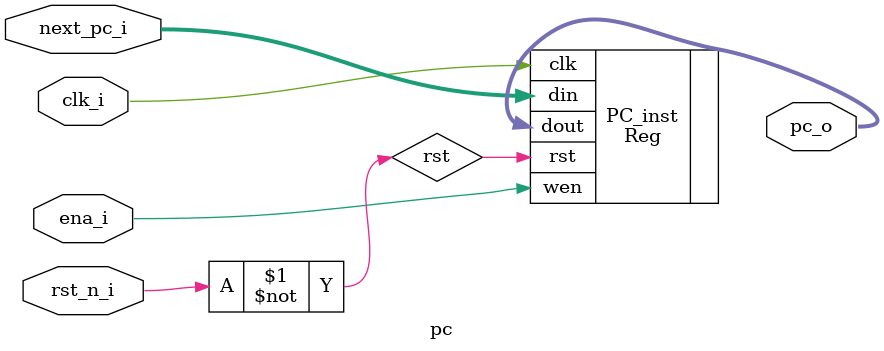
<source format=v>
module pc(
	input            clk_i    ,
	input            rst_n_i  ,
	input            ena_i    ,
	input     [31:0] next_pc_i,
	output    [31:0] pc_o
);
	//pc
	wire rst = ~rst_n_i ;
	Reg # (32, 0) PC_inst (
		.clk (clk_i    ),
		.rst (rst      ),
		.din (next_pc_i),
		.dout(pc_o     ),
		.wen (ena_i    )
  	);
	
endmodule


</source>
